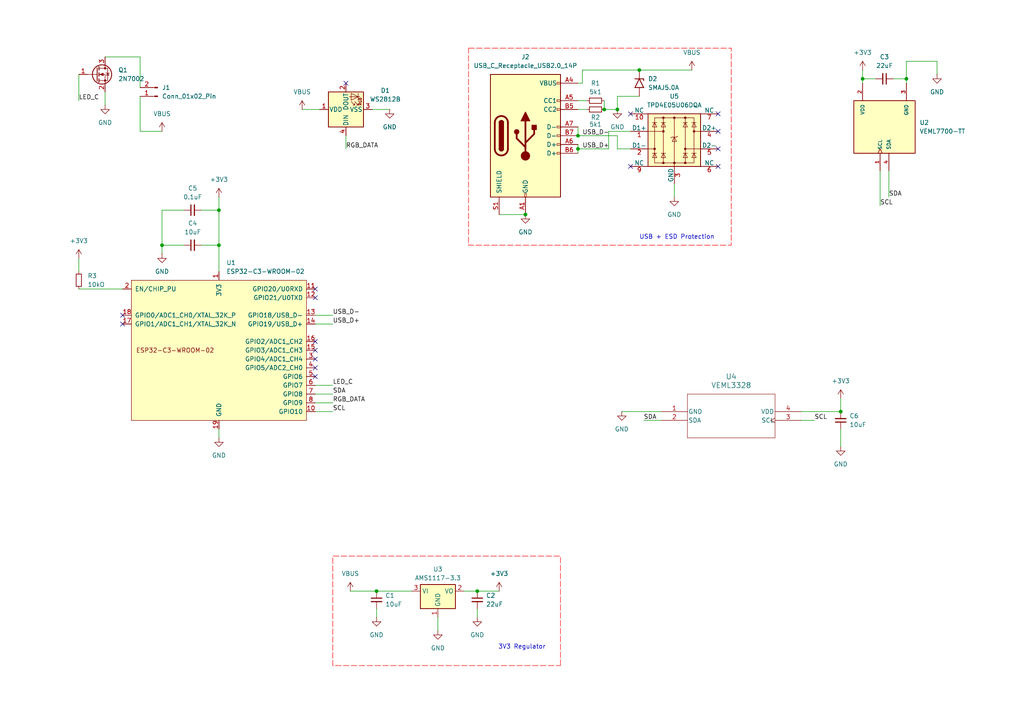
<source format=kicad_sch>
(kicad_sch (version 20250114) (generator "eeschema") (generator_version "9.0")
  (paper "A4")
  (title_block (title "Td-Free") (rev "0"))
  (lib_symbols
    (symbol "2025-03-01_22-07-39:VEML3328" (pin_names (offset 0.254))
      (property "Reference" "U4" (at 20.32 10.16 0))
      (property "Value" "VEML3328" (at 20.32 7.62 0))
      (symbol "VEML3328_0_1"
        (polyline (pts (xy 7.62 5.08) (xy 7.62 -7.62)) (stroke (width 0.127)))
        (polyline (pts (xy 7.62 -7.62) (xy 33.02 -7.62)) (stroke (width 0.127)))
        (polyline (pts (xy 33.02 5.08) (xy 7.62 5.08)) (stroke (width 0.127)))
        (polyline (pts (xy 33.02 -7.62) (xy 33.02 5.08)) (stroke (width 0.127)))
      )
      (symbol "VEML3328_1_1"
        (pin power_in line (at 0 0 0) (length 7.62) (name "GND") (number "1"))
        (pin bidirectional line (at 0 -2.54 0) (length 7.62) (name "SDA") (number "2"))
        (pin power_in line (at 40.64 0 180) (length 7.62) (name "VDD") (number "4"))
        (pin input clock (at 40.64 -2.54 180) (length 7.62) (name "SCL") (number "3"))
      )
    )
    (symbol "Connector:Conn_01x02_Pin" (pin_names (offset 1.016) (hide yes))
      (property "Reference" "J" (at 0 2.54 0))
      (property "Value" "Conn_01x02_Pin" (at 0 -5.08 0))
      (symbol "Conn_01x02_Pin_1_1"
        (rectangle (start 0.8636 0.127) (end 0 -0.127) (stroke (width 0.1524)) (fill (type outline)))
        (rectangle (start 0.8636 -2.413) (end 0 -2.667) (stroke (width 0.1524)) (fill (type outline)))
        (polyline (pts (xy 1.27 0) (xy 0.8636 0)) (stroke (width 0.1524)))
        (polyline (pts (xy 1.27 -2.54) (xy 0.8636 -2.54)) (stroke (width 0.1524)))
        (pin passive line (at 5.08 0 180) (length 3.81) (name "Pin_1") (number "1"))
        (pin passive line (at 5.08 -2.54 180) (length 3.81) (name "Pin_2") (number "2"))
      )
    )
    (symbol "Connector:USB_C_Receptacle_USB2.0_14P" (pin_names (offset 1.016))
      (property "Reference" "J" (at 0 22.225 0))
      (property "Value" "USB_C_Receptacle_USB2.0_14P" (at 0 19.685 0))
      (symbol "USB_C_Receptacle_USB2.0_14P_0_0"
        (rectangle (start -0.254 -17.78) (end 0.254 -16.764))
        (rectangle (start 10.16 15.494) (end 9.144 14.986))
        (rectangle (start 10.16 10.414) (end 9.144 9.906))
        (rectangle (start 10.16 7.874) (end 9.144 7.366))
        (rectangle (start 10.16 2.794) (end 9.144 2.286))
        (rectangle (start 10.16 0.254) (end 9.144 -0.254))
        (rectangle (start 10.16 -2.286) (end 9.144 -2.794))
        (rectangle (start 10.16 -4.826) (end 9.144 -5.334))
      )
      (symbol "USB_C_Receptacle_USB2.0_14P_0_1"
        (rectangle (start -10.16 17.78) (end 10.16 -17.78) (stroke (width 0.254)) (fill (type background)))
        (polyline (pts (xy -8.89 -3.81) (xy -8.89 3.81)) (stroke (width 0.508)))
        (rectangle (start -7.62 -3.81) (end -6.35 3.81) (stroke (width 0.254)) (fill (type outline)))
        (arc (start -7.62 3.81) (mid -6.985 4.4423) (end -6.35 3.81) (stroke (width 0.254)))
        (arc (start -7.62 3.81) (mid -6.985 4.4423) (end -6.35 3.81) (stroke (width 0.254)) (fill (type outline)))
        (arc (start -8.89 3.81) (mid -6.985 5.7067) (end -5.08 3.81) (stroke (width 0.508)))
        (arc (start -5.08 -3.81) (mid -6.985 -5.7067) (end -8.89 -3.81) (stroke (width 0.508)))
        (arc (start -6.35 -3.81) (mid -6.985 -4.4423) (end -7.62 -3.81) (stroke (width 0.254)))
        (arc (start -6.35 -3.81) (mid -6.985 -4.4423) (end -7.62 -3.81) (stroke (width 0.254)) (fill (type outline)))
        (polyline (pts (xy -5.08 3.81) (xy -5.08 -3.81)) (stroke (width 0.508)))
        (circle (center -2.54 1.143) (radius 0.635) (stroke (width 0.254)) (fill (type outline)))
        (polyline (pts (xy -1.27 4.318) (xy 0 6.858) (xy 1.27 4.318) (xy -1.27 4.318)) (stroke (width 0.254)) (fill (type outline)))
        (polyline (pts (xy 0 -2.032) (xy 2.54 0.508) (xy 2.54 1.778)) (stroke (width 0.508)))
        (polyline (pts (xy 0 -3.302) (xy -2.54 -0.762) (xy -2.54 0.508)) (stroke (width 0.508)))
        (polyline (pts (xy 0 -5.842) (xy 0 4.318)) (stroke (width 0.508)))
        (circle (center 0 -5.842) (radius 1.27) (fill (type outline)))
        (rectangle (start 1.905 1.778) (end 3.175 3.048) (stroke (width 0.254)) (fill (type outline)))
      )
      (symbol "USB_C_Receptacle_USB2.0_14P_1_1"
        (pin passive line (at -7.62 -22.86 90) (length 5.08) (name "SHIELD") (number "S1"))
        (pin passive line (at 0 -22.86 90) (length 5.08) (name "GND") (number "A1"))
        (pin passive line (at 0 -22.86 90) (length 5.08) (hide yes) (name "GND") (number "A12"))
        (pin passive line (at 0 -22.86 90) (length 5.08) (hide yes) (name "GND") (number "B1"))
        (pin passive line (at 0 -22.86 90) (length 5.08) (hide yes) (name "GND") (number "B12"))
        (pin passive line (at 15.24 15.24 180) (length 5.08) (name "VBUS") (number "A4"))
        (pin passive line (at 15.24 15.24 180) (length 5.08) (hide yes) (name "VBUS") (number "A9"))
        (pin passive line (at 15.24 15.24 180) (length 5.08) (hide yes) (name "VBUS") (number "B4"))
        (pin passive line (at 15.24 15.24 180) (length 5.08) (hide yes) (name "VBUS") (number "B9"))
        (pin bidirectional line (at 15.24 10.16 180) (length 5.08) (name "CC1") (number "A5"))
        (pin bidirectional line (at 15.24 7.62 180) (length 5.08) (name "CC2") (number "B5"))
        (pin bidirectional line (at 15.24 2.54 180) (length 5.08) (name "D-") (number "A7"))
        (pin bidirectional line (at 15.24 0 180) (length 5.08) (name "D-") (number "B7"))
        (pin bidirectional line (at 15.24 -2.54 180) (length 5.08) (name "D+") (number "A6"))
        (pin bidirectional line (at 15.24 -5.08 180) (length 5.08) (name "D+") (number "B6"))
      )
    )
    (symbol "Device:C_Small" (pin_numbers (hide yes)) (pin_names (offset 0.254) (hide yes))
      (property "Reference" "C" (at 0.254 1.778 0))
      (property "Value" "C_Small" (at 0.254 -2.032 0))
      (symbol "C_Small_0_1"
        (polyline (pts (xy -1.524 0.508) (xy 1.524 0.508)) (stroke (width 0.3048)))
        (polyline (pts (xy -1.524 -0.508) (xy 1.524 -0.508)) (stroke (width 0.3302)))
      )
      (symbol "C_Small_1_1"
        (pin passive line (at 0 2.54 270) (length 2.032) (name "~") (number "1"))
        (pin passive line (at 0 -2.54 90) (length 2.032) (name "~") (number "2"))
      )
    )
    (symbol "Device:R_Small" (pin_numbers (hide yes)) (pin_names (offset 0.254) (hide yes))
      (property "Reference" "R" (at 0.762 0.508 0))
      (property "Value" "R_Small" (at 0.762 -1.016 0))
      (symbol "R_Small_0_1"
        (rectangle (start -0.762 1.778) (end 0.762 -1.778) (stroke (width 0.2032)))
      )
      (symbol "R_Small_1_1"
        (pin passive line (at 0 2.54 270) (length 0.762) (name "~") (number "1"))
        (pin passive line (at 0 -2.54 90) (length 0.762) (name "~") (number "2"))
      )
    )
    (symbol "Diode:SMAJ5.0A" (pin_numbers (hide yes)) (pin_names (offset 1.016) (hide yes))
      (property "Reference" "D" (at 0 2.54 0))
      (property "Value" "SMAJ5.0A" (at 0 -2.54 0))
      (symbol "SMAJ5.0A_0_1"
        (polyline (pts (xy -0.762 1.27) (xy -1.27 1.27) (xy -1.27 -1.27)) (stroke (width 0.254)))
        (polyline (pts (xy 1.27 1.27) (xy 1.27 -1.27) (xy -1.27 0) (xy 1.27 1.27)) (stroke (width 0.254)))
      )
      (symbol "SMAJ5.0A_1_1"
        (pin passive line (at -3.81 0 0) (length 2.54) (name "A1") (number "1"))
        (pin passive line (at 3.81 0 180) (length 2.54) (name "A2") (number "2"))
      )
    )
    (symbol "LED:WS2812B" (pin_names (offset 0.254))
      (property "Reference" "D" (at 5.08 5.715 0))
      (property "Value" "WS2812B" (at 1.27 -5.715 0))
      (symbol "WS2812B_0_0"
        (text "RGB" (at 2.286 -4.191 0) (effects (font (size 0.762 0.762))))
      )
      (symbol "WS2812B_0_1"
        (polyline (pts (xy 1.27 -2.54) (xy 1.778 -2.54)))
        (polyline (pts (xy 1.27 -3.556) (xy 1.778 -3.556)))
        (polyline (pts (xy 2.286 -1.524) (xy 1.27 -2.54) (xy 1.27 -2.032)))
        (polyline (pts (xy 2.286 -2.54) (xy 1.27 -3.556) (xy 1.27 -3.048)))
        (polyline (pts (xy 3.683 -1.016) (xy 3.683 -3.556) (xy 3.683 -4.064)))
        (polyline (pts (xy 4.699 -1.524) (xy 2.667 -1.524) (xy 3.683 -3.556) (xy 4.699 -1.524)))
        (polyline (pts (xy 4.699 -3.556) (xy 2.667 -3.556)))
        (rectangle (start 5.08 5.08) (end -5.08 -5.08) (stroke (width 0.254)) (fill (type background)))
      )
      (symbol "WS2812B_1_1"
        (pin input line (at -7.62 0 0) (length 2.54) (name "DIN") (number "4"))
        (pin power_in line (at 0 7.62 270) (length 2.54) (name "VDD") (number "1"))
        (pin power_in line (at 0 -7.62 90) (length 2.54) (name "VSS") (number "3"))
        (pin output line (at 7.62 0 180) (length 2.54) (name "DOUT") (number "2"))
      )
    )
    (symbol "PCM_Espressif:ESP32-C3-WROOM-02" (pin_names (offset 1.016))
      (property "Reference" "U" (at -25.4 25.4 0))
      (property "Value" "ESP32-C3-WROOM-02" (at -25.4 22.86 0))
      (symbol "ESP32-C3-WROOM-02_0_0"
        (text "ESP32-C3-WROOM-02" (at -12.7 0 0) (effects (font (size 1.27 1.27))))
      )
      (symbol "ESP32-C3-WROOM-02_0_1"
        (rectangle (start 25.4 20.32) (end -25.4 -20.32) (fill (type background)))
      )
      (symbol "ESP32-C3-WROOM-02_1_1"
        (pin input line (at -27.94 17.78 0) (length 2.54) (name "EN/CHIP_PU") (number "2"))
        (pin bidirectional line (at -27.94 10.16 0) (length 2.54) (name "GPIO0/ADC1_CH0/XTAL_32K_P") (number "18"))
        (pin bidirectional line (at -27.94 7.62 0) (length 2.54) (name "GPIO1/ADC1_CH1/XTAL_32K_N") (number "17"))
        (pin power_in line (at 0 22.86 270) (length 2.54) (name "3V3") (number "1"))
        (pin power_in line (at 0 -22.86 90) (length 2.54) (name "GND") (number "19"))
        (pin passive line (at 0 -22.86 90) (length 2.54) (hide yes) (name "GND") (number "9"))
        (pin bidirectional line (at 27.94 17.78 180) (length 2.54) (name "GPIO20/U0RXD") (number "11"))
        (pin bidirectional line (at 27.94 15.24 180) (length 2.54) (name "GPIO21/U0TXD") (number "12"))
        (pin bidirectional line (at 27.94 10.16 180) (length 2.54) (name "GPIO18/USB_D-") (number "13"))
        (pin bidirectional line (at 27.94 7.62 180) (length 2.54) (name "GPIO19/USB_D+") (number "14"))
        (pin bidirectional line (at 27.94 2.54 180) (length 2.54) (name "GPIO2/ADC1_CH2") (number "16"))
        (pin bidirectional line (at 27.94 0 180) (length 2.54) (name "GPIO3/ADC1_CH3") (number "15"))
        (pin bidirectional line (at 27.94 -2.54 180) (length 2.54) (name "GPIO4/ADC1_CH4") (number "3"))
        (pin bidirectional line (at 27.94 -5.08 180) (length 2.54) (name "GPIO5/ADC2_CH0") (number "4"))
        (pin bidirectional line (at 27.94 -7.62 180) (length 2.54) (name "GPIO6") (number "5"))
        (pin bidirectional line (at 27.94 -10.16 180) (length 2.54) (name "GPIO7") (number "6"))
        (pin bidirectional line (at 27.94 -12.7 180) (length 2.54) (name "GPIO8") (number "7"))
        (pin bidirectional line (at 27.94 -15.24 180) (length 2.54) (name "GPIO9") (number "8"))
        (pin bidirectional line (at 27.94 -17.78 180) (length 2.54) (name "GPIO10") (number "10"))
      )
    )
    (symbol "Power_Protection:TPD4E05U06DQA" (pin_names (offset 0))
      (property "Reference" "U" (at -0.635 8.89 0))
      (property "Value" "TPD4E05U06DQA" (at 1.905 -10.16 0))
      (symbol "TPD4E05U06DQA_0_0"
        (rectangle (start -5.715 6.477) (end 5.715 -6.604))
        (polyline (pts (xy -3.175 -6.604) (xy -3.175 6.477)))
        (polyline (pts (xy 0 6.477) (xy 0 -6.604)))
        (polyline (pts (xy 3.175 6.477) (xy 3.175 -6.604)))
      )
      (symbol "TPD4E05U06DQA_0_1"
        (polyline (pts (xy -7.747 2.54) (xy -3.175 2.54)))
        (rectangle (start -7.62 7.62) (end 7.62 -7.62) (stroke (width 0.254)) (fill (type background)))
        (polyline (pts (xy -7.62 -2.54) (xy -5.715 -2.54)))
        (circle (center -5.715 -2.54) (radius 0.2794) (fill (type outline)))
        (polyline (pts (xy -5.08 5.08) (xy -6.35 5.08)))
        (polyline (pts (xy -5.08 3.81) (xy -6.35 3.81) (xy -5.715 5.08) (xy -5.08 3.81)))
        (polyline (pts (xy -5.08 -3.81) (xy -6.35 -3.81)))
        (polyline (pts (xy -5.08 -5.08) (xy -6.35 -5.08) (xy -5.715 -3.81) (xy -5.08 -5.08)))
        (circle (center -3.175 6.477) (radius 0.2794) (fill (type outline)))
        (circle (center -3.175 2.54) (radius 0.2794) (fill (type outline)))
        (circle (center -3.175 -6.604) (radius 0.2794) (fill (type outline)))
        (polyline (pts (xy -2.54 5.08) (xy -3.81 5.08)))
        (polyline (pts (xy -2.54 3.81) (xy -3.81 3.81) (xy -3.175 5.08) (xy -2.54 3.81)))
        (polyline (pts (xy -2.54 -3.81) (xy -3.81 -3.81)))
        (polyline (pts (xy -2.54 -5.08) (xy -3.81 -5.08) (xy -3.175 -3.81) (xy -2.54 -5.08)))
        (polyline (pts (xy -0.635 0.889) (xy -1.016 0.635)))
        (circle (center 0 6.477) (radius 0.2794) (fill (type outline)))
        (polyline (pts (xy 0 -6.604) (xy 0 -7.62)))
        (circle (center 0 -6.604) (radius 0.2794) (fill (type outline)))
        (polyline (pts (xy 0.635 0.889) (xy -0.635 0.889)))
        (polyline (pts (xy 0.635 0.889) (xy 1.016 1.143)))
        (polyline (pts (xy 0.635 -0.381) (xy -0.635 -0.381) (xy 0 0.889) (xy 0.635 -0.381)))
        (circle (center 3.175 6.477) (radius 0.2794) (fill (type outline)))
        (circle (center 3.175 -2.54) (radius 0.2794) (fill (type outline)))
        (circle (center 3.175 -6.604) (radius 0.2794) (fill (type outline)))
        (polyline (pts (xy 3.81 5.08) (xy 2.54 5.08)))
        (polyline (pts (xy 3.81 3.81) (xy 2.54 3.81) (xy 3.175 5.08) (xy 3.81 3.81)))
        (polyline (pts (xy 3.81 -3.81) (xy 2.54 -3.81)))
        (polyline (pts (xy 3.81 -5.08) (xy 2.54 -5.08) (xy 3.175 -3.81) (xy 3.81 -5.08)))
        (circle (center 5.715 2.54) (radius 0.2794) (fill (type outline)))
        (polyline (pts (xy 6.35 5.08) (xy 5.08 5.08)))
        (polyline (pts (xy 6.35 3.81) (xy 5.08 3.81) (xy 5.715 5.08) (xy 6.35 3.81)))
        (polyline (pts (xy 6.35 -3.81) (xy 5.08 -3.81)))
        (polyline (pts (xy 6.35 -5.08) (xy 5.08 -5.08) (xy 5.715 -3.81) (xy 6.35 -5.08)))
        (polyline (pts (xy 7.62 2.54) (xy 5.715 2.54)))
        (polyline (pts (xy 7.62 -2.54) (xy 3.175 -2.54)))
      )
      (symbol "TPD4E05U06DQA_1_1"
        (pin free line (at -12.7 7.62 0) (length 5.08) (name "NC") (number "10"))
        (pin passive line (at -12.7 2.54 0) (length 5.08) (name "D1+") (number "1"))
        (pin passive line (at -12.7 -2.54 0) (length 5.08) (name "D1-") (number "2"))
        (pin free line (at -12.7 -7.62 0) (length 5.08) (name "NC") (number "9"))
        (pin power_in line (at 0 -12.7 90) (length 5.08) (name "GND") (number "3"))
        (pin passive line (at 0 -12.7 90) (length 5.08) (hide yes) (name "GND") (number "8"))
        (pin free line (at 12.7 7.62 180) (length 5.08) (name "NC") (number "7"))
        (pin passive line (at 12.7 2.54 180) (length 5.08) (name "D2+") (number "4"))
        (pin passive line (at 12.7 -2.54 180) (length 5.08) (name "D2-") (number "5"))
        (pin free line (at 12.7 -7.62 180) (length 5.08) (name "NC") (number "6"))
      )
    )
    (symbol "Regulator_Linear:AMS1117-3.3"
      (property "Reference" "U" (at -3.81 3.175 0))
      (property "Value" "AMS1117-3.3" (at 0 3.175 0))
      (symbol "AMS1117-3.3_0_1"
        (rectangle (start -5.08 -5.08) (end 5.08 1.905) (stroke (width 0.254)) (fill (type background)))
      )
      (symbol "AMS1117-3.3_1_1"
        (pin power_in line (at -7.62 0 0) (length 2.54) (name "VI") (number "3"))
        (pin power_in line (at 0 -7.62 90) (length 2.54) (name "GND") (number "1"))
        (pin power_out line (at 7.62 0 180) (length 2.54) (name "VO") (number "2"))
      )
    )
    (symbol "Transistor_FET:2N7002" (pin_names (hide yes))
      (property "Reference" "Q" (at 5.08 1.905 0))
      (property "Value" "2N7002" (at 5.08 0 0))
      (symbol "2N7002_0_1"
        (polyline (pts (xy 0.254 1.905) (xy 0.254 -1.905)) (stroke (width 0.254)))
        (polyline (pts (xy 0.254 0) (xy -2.54 0)))
        (polyline (pts (xy 0.762 2.286) (xy 0.762 1.27)) (stroke (width 0.254)))
        (polyline (pts (xy 0.762 0.508) (xy 0.762 -0.508)) (stroke (width 0.254)))
        (polyline (pts (xy 0.762 -1.27) (xy 0.762 -2.286)) (stroke (width 0.254)))
        (polyline (pts (xy 0.762 -1.778) (xy 3.302 -1.778) (xy 3.302 1.778) (xy 0.762 1.778)))
        (polyline (pts (xy 1.016 0) (xy 2.032 0.381) (xy 2.032 -0.381) (xy 1.016 0)) (fill (type outline)))
        (circle (center 1.651 0) (radius 2.794) (stroke (width 0.254)))
        (polyline (pts (xy 2.54 2.54) (xy 2.54 1.778)))
        (circle (center 2.54 1.778) (radius 0.254) (fill (type outline)))
        (circle (center 2.54 -1.778) (radius 0.254) (fill (type outline)))
        (polyline (pts (xy 2.54 -2.54) (xy 2.54 0) (xy 0.762 0)))
        (polyline (pts (xy 2.794 0.508) (xy 2.921 0.381) (xy 3.683 0.381) (xy 3.81 0.254)))
        (polyline (pts (xy 3.302 0.381) (xy 2.921 -0.254) (xy 3.683 -0.254) (xy 3.302 0.381)))
      )
      (symbol "2N7002_1_1"
        (pin input line (at -5.08 0 0) (length 2.54) (name "G") (number "1"))
        (pin passive line (at 2.54 5.08 270) (length 2.54) (name "D") (number "3"))
        (pin passive line (at 2.54 -5.08 90) (length 2.54) (name "S") (number "2"))
      )
    )
    (symbol "VEML7700-TR:VEML7700-TR" (pin_names (offset 1.016))
      (property "Reference" "U" (at -7.62 10.795 0))
      (property "Value" "VEML7700-TR" (at -7.62 -10.16 0))
      (symbol "VEML7700-TR_0_0"
        (rectangle (start -7.62 -7.62) (end 7.62 10.16) (stroke (width 0.254)) (fill (type background)))
        (pin input clock (at -12.7 2.54 0) (length 5.08) (name "SCL") (number "1"))
        (pin bidirectional line (at -12.7 0 0) (length 5.08) (name "SDA") (number "4"))
        (pin power_in line (at 12.7 7.62 180) (length 5.08) (name "VDD") (number "2"))
        (pin power_in line (at 12.7 -5.08 180) (length 5.08) (name "GND") (number "3"))
      )
    )
    (symbol "power:+3V3" (power) (pin_numbers (hide yes)) (pin_names (offset 0) (hide yes))
      (property "Value" "+3V3" (at 0 3.556 0))
      (symbol "+3V3_0_1"
        (polyline (pts (xy -0.762 1.27) (xy 0 2.54)))
        (polyline (pts (xy 0 2.54) (xy 0.762 1.27)))
        (polyline (pts (xy 0 0) (xy 0 2.54)))
      )
      (symbol "+3V3_1_1"
        (pin power_in line (at 0 0 90) (length 0) (name "~") (number "1"))
      )
    )
    (symbol "power:GND" (power) (pin_numbers (hide yes)) (pin_names (offset 0) (hide yes))
      (property "Value" "GND" (at 0 -3.81 0))
      (symbol "GND_0_1"
        (polyline (pts (xy 0 0) (xy 0 -1.27) (xy 1.27 -1.27) (xy 0 -2.54) (xy -1.27 -1.27) (xy 0 -1.27)))
      )
      (symbol "GND_1_1"
        (pin power_in line (at 0 0 270) (length 0) (name "~") (number "1"))
      )
    )
    (symbol "power:VBUS" (power) (pin_numbers (hide yes)) (pin_names (offset 0) (hide yes))
      (property "Value" "VBUS" (at 0 3.556 0))
      (symbol "VBUS_0_1"
        (polyline (pts (xy -0.762 1.27) (xy 0 2.54)))
        (polyline (pts (xy 0 2.54) (xy 0.762 1.27)))
        (polyline (pts (xy 0 0) (xy 0 2.54)))
      )
      (symbol "VBUS_1_1"
        (pin power_in line (at 0 0 90) (length 0) (name "~") (number "1"))
      )
    )
  )
  (text "3V3 Regulator" (at 151.384 187.706 0) (effects (font (size 1.27 1.27))))
  (text "USB + ESD Protection" (at 196.342 68.834 0) (effects (font (size 1.27 1.27))))
  (junction (at 167.64 39.37))
  (junction (at 138.43 171.45))
  (junction (at 185.42 20.32))
  (junction (at 167.64 43.18))
  (junction (at 179.07 31.75))
  (junction (at 250.19 22.86))
  (junction (at 109.22 171.45))
  (junction (at 152.4 62.23))
  (junction (at 63.5 60.96))
  (junction (at 63.5 71.12))
  (junction (at 243.84 119.38))
  (junction (at 262.89 22.86))
  (junction (at 175.26 31.75))
  (junction (at 46.99 71.12))
  (no_connect (at 208.28 33.02))
  (no_connect (at 91.44 104.14))
  (no_connect (at 91.44 99.06))
  (no_connect (at 208.28 43.18))
  (no_connect (at 91.44 106.68))
  (no_connect (at 35.56 91.44))
  (no_connect (at 182.88 48.26))
  (no_connect (at 91.44 109.22))
  (no_connect (at 91.44 83.82))
  (no_connect (at 91.44 86.36))
  (no_connect (at 208.28 48.26))
  (no_connect (at 208.28 38.1))
  (no_connect (at 35.56 93.98))
  (no_connect (at 91.44 101.6))
  (no_connect (at 182.88 33.02))
  (no_connect (at 100.33 24.13))
  (wire (pts (xy 255.27 49.53) (xy 255.27 59.69)))
  (wire (pts (xy 40.64 16.51) (xy 40.64 25.4)))
  (wire (pts (xy 91.44 91.44) (xy 96.52 91.44)))
  (wire (pts (xy 262.89 24.13) (xy 262.89 22.86)))
  (wire (pts (xy 91.44 116.84) (xy 96.52 116.84)))
  (wire (pts (xy 185.42 20.32) (xy 200.66 20.32)))
  (wire (pts (xy 46.99 60.96) (xy 46.99 71.12)))
  (wire (pts (xy 167.64 41.91) (xy 167.64 43.18)))
  (wire (pts (xy 243.84 115.57) (xy 243.84 119.38)))
  (wire (pts (xy 167.64 29.21) (xy 170.18 29.21)))
  (wire (pts (xy 109.22 171.45) (xy 119.38 171.45)))
  (wire (pts (xy 40.64 38.1) (xy 46.99 38.1)))
  (wire (pts (xy 101.6 171.45) (xy 109.22 171.45)))
  (wire (pts (xy 127 179.07) (xy 127 182.88)))
  (wire (pts (xy 195.58 53.34) (xy 195.58 57.15)))
  (wire (pts (xy 87.63 31.75) (xy 92.71 31.75)))
  (wire (pts (xy 91.44 111.76) (xy 96.52 111.76)))
  (wire (pts (xy 134.62 171.45) (xy 138.43 171.45)))
  (wire (pts (xy 243.84 119.38) (xy 232.41 119.38)))
  (wire (pts (xy 138.43 176.53) (xy 138.43 179.07)))
  (wire (pts (xy 167.64 43.18) (xy 167.64 44.45)))
  (wire (pts (xy 30.48 16.51) (xy 40.64 16.51)))
  (wire (pts (xy 243.84 124.46) (xy 243.84 129.54)))
  (wire (pts (xy 107.95 31.75) (xy 113.03 31.75)))
  (wire (pts (xy 250.19 20.32) (xy 250.19 22.86)))
  (wire (pts (xy 168.91 24.13) (xy 167.64 24.13)))
  (wire (pts (xy 180.34 119.38) (xy 191.77 119.38)))
  (wire (pts (xy 91.44 114.3) (xy 96.52 114.3)))
  (wire (pts (xy 176.53 43.18) (xy 167.64 43.18)))
  (wire (pts (xy 167.64 31.75) (xy 170.18 31.75)))
  (wire (pts (xy 30.48 26.67) (xy 30.48 30.48)))
  (wire (pts (xy 63.5 71.12) (xy 63.5 78.74)))
  (wire (pts (xy 168.91 20.32) (xy 185.42 20.32)))
  (wire (pts (xy 250.19 22.86) (xy 254 22.86)))
  (wire (pts (xy 138.43 171.45) (xy 144.78 171.45)))
  (wire (pts (xy 91.44 119.38) (xy 96.52 119.38)))
  (wire (pts (xy 232.41 121.92) (xy 236.22 121.92)))
  (wire (pts (xy 53.34 71.12) (xy 46.99 71.12)))
  (wire (pts (xy 182.88 38.1) (xy 176.53 38.1)))
  (wire (pts (xy 40.64 27.94) (xy 40.64 38.1)))
  (wire (pts (xy 182.88 43.18) (xy 179.07 43.18)))
  (wire (pts (xy 179.07 43.18) (xy 179.07 39.37)))
  (wire (pts (xy 271.78 17.78) (xy 271.78 21.59)))
  (wire (pts (xy 257.81 57.15) (xy 257.81 49.53)))
  (wire (pts (xy 100.33 39.37) (xy 100.33 43.18)))
  (wire (pts (xy 262.89 22.86) (xy 262.89 17.78)))
  (wire (pts (xy 186.69 121.92) (xy 191.77 121.92)))
  (wire (pts (xy 63.5 57.15) (xy 63.5 60.96)))
  (wire (pts (xy 262.89 17.78) (xy 271.78 17.78)))
  (wire (pts (xy 175.26 31.75) (xy 179.07 31.75)))
  (wire (pts (xy 144.78 62.23) (xy 152.4 62.23)))
  (wire (pts (xy 168.91 20.32) (xy 168.91 24.13)))
  (wire (pts (xy 53.34 60.96) (xy 46.99 60.96)))
  (wire (pts (xy 22.86 74.93) (xy 22.86 78.74)))
  (wire (pts (xy 46.99 71.12) (xy 46.99 73.66)))
  (wire (pts (xy 63.5 60.96) (xy 63.5 71.12)))
  (wire (pts (xy 179.07 39.37) (xy 167.64 39.37)))
  (wire (pts (xy 58.42 71.12) (xy 63.5 71.12)))
  (wire (pts (xy 185.42 27.94) (xy 179.07 27.94)))
  (wire (pts (xy 179.07 27.94) (xy 179.07 31.75)))
  (wire (pts (xy 259.08 22.86) (xy 262.89 22.86)))
  (wire (pts (xy 176.53 38.1) (xy 176.53 43.18)))
  (wire (pts (xy 167.64 36.83) (xy 167.64 39.37)))
  (wire (pts (xy 109.22 176.53) (xy 109.22 179.07)))
  (wire (pts (xy 91.44 93.98) (xy 96.52 93.98)))
  (wire (pts (xy 22.86 29.21) (xy 22.86 21.59)))
  (wire (pts (xy 175.26 29.21) (xy 175.26 31.75)))
  (wire (pts (xy 22.86 83.82) (xy 35.56 83.82)))
  (wire (pts (xy 58.42 60.96) (xy 63.5 60.96)))
  (wire (pts (xy 63.5 124.46) (xy 63.5 127)))
  (wire (pts (xy 250.19 22.86) (xy 250.19 24.13)))
  (label "RGB_DATA" (at 100.33 43.18 0))
  (label "USB_D+" (at 168.91 43.18 0))
  (label "USB_D+" (at 96.52 93.98 0))
  (label "USB_D-" (at 168.91 39.37 0))
  (label "SCL" (at 255.27 59.69 0))
  (label "RGB_DATA" (at 96.52 116.84 0))
  (label "SCL" (at 236.22 121.92 0))
  (label "SDA" (at 96.52 114.3 0))
  (label "SDA" (at 186.69 121.92 0))
  (label "SDA" (at 257.81 57.15 0))
  (label "LED_C" (at 96.52 111.76 0))
  (label "LED_C" (at 22.86 29.21 0))
  (label "USB_D-" (at 96.52 91.44 0))
  (label "SCL" (at 96.52 119.38 0))
  (rule_area (polyline (pts (xy 162.56 193.04) (xy 162.56 161.29) (xy 96.52 161.29) (xy 96.52 193.04)) (stroke (width 0) (type dash))))
  (rule_area (polyline (pts (xy 135.89 13.97) (xy 212.09 13.97) (xy 212.09 71.12) (xy 135.89 71.12)) (stroke (width 0) (type dash))))
  (symbol (lib_id "power:VBUS") (at 200.66 20.32 0) (unit 1)
    (property "Reference" "#PWR05" (effects (hide yes)))
    (property "Value" "VBUS" (at 200.66 15.24 0))
    (property "Description" "Power symbol creates a global label with name \"VBUS\"" (effects (hide yes)))
  )
  (symbol (lib_id "power:GND") (at 46.99 73.66 0) (unit 1)
    (property "Reference" "#PWR017" (effects (hide yes)))
    (property "Value" "GND" (at 46.99 78.74 0))
    (property "Description" "Power symbol creates a global label with name \"GND\" , ground" (effects (hide yes)))
  )
  (symbol (lib_id "power:+3V3") (at 63.5 57.15 0) (unit 1)
    (property "Reference" "#PWR019" (effects (hide yes)))
    (property "Value" "+3V3" (at 63.5 52.07 0))
    (property "Description" "Power symbol creates a global label with name \"+3V3\"" (effects (hide yes)))
  )
  (symbol (lib_id "power:VBUS") (at 46.99 38.1 0) (unit 1)
    (property "Reference" "#PWR013" (effects (hide yes)))
    (property "Value" "VBUS" (at 46.99 33.02 0))
    (property "Description" "Power symbol creates a global label with name \"VBUS\"" (effects (hide yes)))
  )
  (symbol (lib_id "power:GND") (at 179.07 31.75 0) (unit 1)
    (property "Reference" "#PWR04" (effects (hide yes)))
    (property "Value" "GND" (at 179.07 36.83 0))
    (property "Description" "Power symbol creates a global label with name \"GND\" , ground" (effects (hide yes)))
  )
  (symbol (lib_id "Device:R_Small") (at 172.72 29.21 90) (unit 1)
    (property "Reference" "R1" (at 172.72 24.13 90))
    (property "Value" "5k1" (at 172.72 26.67 90))
    (property "Footprint" "Resistor_SMD:R_0805_2012Metric_Pad1.20x1.40mm_HandSolder" (effects (hide yes)))
    (property "Description" "Resistor, small symbol" (effects (hide yes)))
  )
  (symbol (lib_id "Device:C_Small") (at 243.84 121.92 180) (unit 1)
    (property "Reference" "C6" (at 246.38 120.6435 0) (effects (justify right)))
    (property "Value" "10uF" (at 246.38 123.1835 0) (effects (justify right)))
    (property "Footprint" "Capacitor_SMD:C_0805_2012Metric_Pad1.18x1.45mm_HandSolder" (effects (hide yes)))
    (property "Description" "Unpolarized capacitor, small symbol" (effects (hide yes)))
  )
  (symbol (lib_id "Transistor_FET:2N7002") (at 27.94 21.59 0) (unit 1)
    (property "Reference" "Q1" (at 34.29 20.3199 0) (effects (justify left)))
    (property "Value" "2N7002" (at 34.29 22.8599 0) (effects (justify left)))
    (property "Footprint" "Package_TO_SOT_SMD:SOT-23" (effects (hide yes)))
    (property "Datasheet" "https://www.onsemi.com/pub/Collateral/NDS7002A-D.PDF" (effects (hide yes)))
    (property "Description" "0.115A Id, 60V Vds, N-Channel MOSFET, SOT-23" (effects (hide yes)))
  )
  (symbol (lib_id "power:GND") (at 138.43 179.07 0) (unit 1)
    (property "Reference" "#PWR09" (effects (hide yes)))
    (property "Value" "GND" (at 138.43 184.15 0))
    (property "Description" "Power symbol creates a global label with name \"GND\" , ground" (effects (hide yes)))
  )
  (symbol (lib_id "power:+3V3") (at 144.78 171.45 0) (unit 1)
    (property "Reference" "#PWR07" (effects (hide yes)))
    (property "Value" "+3V3" (at 144.78 166.37 0))
    (property "Description" "Power symbol creates a global label with name \"+3V3\"" (effects (hide yes)))
  )
  (symbol (lib_id "power:GND") (at 152.4 62.23 0) (unit 1)
    (property "Reference" "#PWR03" (effects (hide yes)))
    (property "Value" "GND" (at 152.4 67.31 0))
    (property "Description" "Power symbol creates a global label with name \"GND\" , ground" (effects (hide yes)))
  )
  (symbol (lib_id "Device:C_Small") (at 138.43 173.99 0) (unit 1)
    (property "Reference" "C2" (at 140.97 172.7262 0) (effects (justify left)))
    (property "Value" "22uF" (at 140.97 175.2662 0) (effects (justify left)))
    (property "Footprint" "Capacitor_SMD:C_0805_2012Metric_Pad1.18x1.45mm_HandSolder" (effects (hide yes)))
    (property "Description" "Unpolarized capacitor, small symbol" (effects (hide yes)))
  )
  (symbol (lib_id "power:GND") (at 243.84 129.54 0) (unit 1)
    (property "Reference" "#PWR021" (effects (hide yes)))
    (property "Value" "GND" (at 243.84 134.62 0))
    (property "Description" "Power symbol creates a global label with name \"GND\" , ground" (effects (hide yes)))
  )
  (symbol (lib_id "power:GND") (at 195.58 57.15 0) (unit 1)
    (property "Reference" "#PWR011" (effects (hide yes)))
    (property "Value" "GND" (at 195.58 62.23 0))
    (property "Description" "Power symbol creates a global label with name \"GND\" , ground" (effects (hide yes)))
  )
  (symbol (lib_id "power:GND") (at 109.22 179.07 0) (unit 1)
    (property "Reference" "#PWR010" (effects (hide yes)))
    (property "Value" "GND" (at 109.22 184.15 0))
    (property "Description" "Power symbol creates a global label with name \"GND\" , ground" (effects (hide yes)))
  )
  (symbol (lib_id "Device:C_Small") (at 55.88 71.12 90) (unit 1)
    (property "Reference" "C4" (at 55.8863 64.77 90))
    (property "Value" "10uF" (at 55.8863 67.31 90))
    (property "Footprint" "Capacitor_SMD:C_0805_2012Metric_Pad1.18x1.45mm_HandSolder" (effects (hide yes)))
    (property "Description" "Unpolarized capacitor, small symbol" (effects (hide yes)))
  )
  (symbol (lib_id "power:+3V3") (at 22.86 74.93 0) (unit 1)
    (property "Reference" "#PWR018" (effects (hide yes)))
    (property "Value" "+3V3" (at 22.86 69.85 0))
    (property "Description" "Power symbol creates a global label with name \"+3V3\"" (effects (hide yes)))
  )
  (symbol (lib_id "Device:C_Small") (at 256.54 22.86 270) (unit 1)
    (property "Reference" "C3" (at 256.5336 16.51 90))
    (property "Value" "22uF" (at 256.5336 19.05 90))
    (property "Footprint" "Capacitor_SMD:C_0805_2012Metric_Pad1.18x1.45mm_HandSolder" (effects (hide yes)))
    (property "Description" "Unpolarized capacitor, small symbol" (effects (hide yes)))
  )
  (symbol (lib_id "power:VBUS") (at 101.6 171.45 0) (unit 1)
    (property "Reference" "#PWR06" (effects (hide yes)))
    (property "Value" "VBUS" (at 101.6 166.37 0))
    (property "Description" "Power symbol creates a global label with name \"VBUS\"" (effects (hide yes)))
  )
  (symbol (lib_id "Connector:Conn_01x02_Pin") (at 45.72 27.94 180) (unit 1)
    (property "Reference" "J1" (at 46.99 25.3999 0) (effects (justify right)))
    (property "Value" "Conn_01x02_Pin" (at 46.99 27.9399 0) (effects (justify right)))
    (property "Footprint" "Connector_PinHeader_2.54mm:PinHeader_1x02_P2.54mm_Vertical" (effects (hide yes)))
    (property "Description" "Generic connector, single row, 01x02, script generated" (effects (hide yes)))
  )
  (symbol (lib_id "power:GND") (at 63.5 127 0) (unit 1)
    (property "Reference" "#PWR01" (effects (hide yes)))
    (property "Value" "GND" (at 63.5 132.08 0))
    (property "Description" "Power symbol creates a global label with name \"GND\" , ground" (effects (hide yes)))
  )
  (symbol (lib_id "VEML7700-TR:VEML7700-TR") (at 257.81 36.83 90) (unit 1)
    (property "Reference" "U2" (at 266.7 35.5599 90) (effects (justify right)))
    (property "Value" "VEML7700-TT" (at 266.7 38.0999 90) (effects (justify right)))
    (property "Footprint" "VEML7700_TR:XDCR_VEML7700-TR" (effects (hide yes)))
    (property "MF" "Vishay Semiconductor" (effects (hide yes)))
    (property "MAXIMUM_PACKAGE_HEIGHT" "3 mm" (effects (hide yes)))
    (property "Package" "SMD-4 Vishay Semiconductor" (effects (hide yes)))
    (property "Price" "None" (effects (hide yes)))
    (property "Check_prices" "https://www.snapeda.com/parts/VEML7700-TT/Vishay+Semiconductor+Opto+Division/view-part/?ref=eda" (effects (hide yes)))
    (property "STANDARD" "Manufacturer Recommendations" (effects (hide yes)))
    (property "PARTREV" "1.6" (effects (hide yes)))
    (property "SnapEDA_Link" "https://www.snapeda.com/parts/VEML7700-TT/Vishay+Semiconductor+Opto+Division/view-part/?ref=snap" (effects (hide yes)))
    (property "MP" "VEML7700-TT" (effects (hide yes)))
    (property "Purchase-URL" "https://www.snapeda.com/api/url_track_click_mouser/?unipart_id=534245&manufacturer=Vishay Semiconductor&part_name=VEML7700-TT&search_term=veml7700" (effects (hide yes)))
    (property "Description_1" "\nOptical Sensor Ambient - I²C 4-SMD, J-Lead\n" (effects (hide yes)))
    (property "MANUFACTURER" "Vishay" (effects (hide yes)))
    (property "Availability" "Not in stock" (effects (hide yes)))
    (property "SNAPEDA_PN" "VEML7700-TR" (effects (hide yes)))
  )
  (symbol (lib_id "power:GND") (at 113.03 31.75 0) (unit 1)
    (property "Reference" "#PWR015" (effects (hide yes)))
    (property "Value" "GND" (at 113.03 36.83 0))
    (property "Description" "Power symbol creates a global label with name \"GND\" , ground" (effects (hide yes)))
  )
  (symbol (lib_id "PCM_Espressif:ESP32-C3-WROOM-02") (at 63.5 101.6 0) (unit 1)
    (property "Reference" "U1" (at 65.6433 76.2 0) (effects (justify left)))
    (property "Value" "ESP32-C3-WROOM-02" (at 65.6433 78.74 0) (effects (justify left)))
    (property "Footprint" "PCM_Espressif:ESP32-C3-WROOM-02" (effects (hide yes)))
    (property "Datasheet" "https://www.espressif.com/sites/default/files/documentation/esp32-c3-wroom-02_datasheet_en.pdf" (effects (hide yes)))
    (property "Description" "ESP32-C3-WROOM-02 is a general-purpose Wi-Fi and Bluetooth LE module. This module features a rich set of peripherals and high performance, which makes it an ideal choice for smart home, industrial automation, health care, consumer electronics, etc." (effects (hide yes)))
  )
  (symbol (lib_id "Connector:USB_C_Receptacle_USB2.0_14P") (at 152.4 39.37 0) (unit 1)
    (property "Reference" "J2" (at 152.4 16.51 0))
    (property "Value" "USB_C_Receptacle_USB2.0_14P" (at 152.4 19.05 0))
    (property "Footprint" "Connector_USB:USB_C_Receptacle_GCT_USB4105-xx-A_16P_TopMnt_Horizontal" (effects (hide yes)))
    (property "Datasheet" "https://www.usb.org/sites/default/files/documents/usb_type-c.zip" (effects (hide yes)))
    (property "Description" "USB 2.0-only 14P Type-C Receptacle connector" (effects (hide yes)))
  )
  (symbol (lib_id "power:+3V3") (at 250.19 20.32 0) (unit 1)
    (property "Reference" "#PWR012" (effects (hide yes)))
    (property "Value" "+3V3" (at 250.19 15.24 0))
    (property "Description" "Power symbol creates a global label with name \"+3V3\"" (effects (hide yes)))
  )
  (symbol (lib_id "power:GND") (at 30.48 30.48 0) (unit 1)
    (property "Reference" "#PWR02" (effects (hide yes)))
    (property "Value" "GND" (at 30.48 35.56 0))
    (property "Description" "Power symbol creates a global label with name \"GND\" , ground" (effects (hide yes)))
  )
  (symbol (lib_id "Device:R_Small") (at 22.86 81.28 0) (unit 1)
    (property "Reference" "R3" (at 25.4 80.0099 0) (effects (justify left)))
    (property "Value" "10kO" (at 25.4 82.5499 0) (effects (justify left)))
    (property "Footprint" "Resistor_SMD:R_0805_2012Metric_Pad1.20x1.40mm_HandSolder" (effects (hide yes)))
    (property "Description" "Resistor, small symbol" (effects (hide yes)))
  )
  (symbol (lib_id "power:+3V3") (at 243.84 115.57 0) (unit 1)
    (property "Reference" "#PWR020" (effects (hide yes)))
    (property "Value" "+3V3" (at 243.84 110.49 0))
    (property "Description" "Power symbol creates a global label with name \"+3V3\"" (effects (hide yes)))
  )
  (symbol (lib_id "Power_Protection:TPD4E05U06DQA") (at 195.58 40.64 0) (unit 1)
    (property "Reference" "U5" (at 195.58 27.94 0))
    (property "Value" "TPD4E05U06DQA" (at 195.58 30.48 0))
    (property "Footprint" "Package_SON:USON-10_2.5x1.0mm_P0.5mm" (effects (hide yes)))
    (property "Datasheet" "https://www.ti.com/lit/ds/symlink/tpd4e05u06.pdf" (effects (hide yes)))
    (property "Description" "4-Channel ESD Protection for Super-Speed USB 3.0 Interface, USON-10" (effects (hide yes)))
  )
  (symbol (lib_id "Device:R_Small") (at 172.72 31.75 90) (unit 1)
    (property "Reference" "R2" (at 172.72 34.036 90))
    (property "Value" "5k1" (at 172.72 36.068 90))
    (property "Footprint" "Resistor_SMD:R_0805_2012Metric_Pad1.20x1.40mm_HandSolder" (effects (hide yes)))
    (property "Description" "Resistor, small symbol" (effects (hide yes)))
  )
  (symbol (lib_id "power:GND") (at 180.34 119.38 0) (unit 1)
    (property "Reference" "#PWR022" (effects (hide yes)))
    (property "Value" "GND" (at 180.34 124.46 0))
    (property "Description" "Power symbol creates a global label with name \"GND\" , ground" (effects (hide yes)))
  )
  (symbol (lib_id "LED:WS2812B") (at 100.33 31.75 90) (unit 1)
    (property "Reference" "D1" (at 111.76 26.2538 90))
    (property "Value" "WS2812B" (at 111.76 28.7938 90))
    (property "Footprint" "LED_SMD:LED_WS2812B_PLCC4_5.0x5.0mm_P3.2mm" (effects (hide yes)))
    (property "Datasheet" "https://cdn-shop.adafruit.com/datasheets/WS2812B.pdf" (effects (hide yes)))
    (property "Description" "RGB LED with integrated controller" (effects (hide yes)))
  )
  (symbol (lib_id "Regulator_Linear:AMS1117-3.3") (at 127 171.45 0) (unit 1)
    (property "Reference" "U3" (at 127 165.1 0))
    (property "Value" "AMS1117-3.3" (at 127 167.64 0))
    (property "Footprint" "Package_TO_SOT_SMD:SOT-223-3_TabPin2" (effects (hide yes)))
    (property "Datasheet" "http://www.advanced-monolithic.com/pdf/ds1117.pdf" (effects (hide yes)))
    (property "Description" "1A Low Dropout regulator, positive, 3.3V fixed output, SOT-223" (effects (hide yes)))
  )
  (symbol (lib_id "power:GND") (at 271.78 21.59 0) (unit 1)
    (property "Reference" "#PWR016" (effects (hide yes)))
    (property "Value" "GND" (at 271.78 26.67 0))
    (property "Description" "Power symbol creates a global label with name \"GND\" , ground" (effects (hide yes)))
  )
  (symbol (lib_id "Device:C_Small") (at 55.88 60.96 90) (unit 1)
    (property "Reference" "C5" (at 55.8863 54.61 90))
    (property "Value" "0.1uF" (at 55.8863 57.15 90))
    (property "Footprint" "Capacitor_SMD:C_0805_2012Metric_Pad1.18x1.45mm_HandSolder" (effects (hide yes)))
    (property "Description" "Unpolarized capacitor, small symbol" (effects (hide yes)))
  )
  (symbol (lib_id "2025-03-01_22-07-39:VEML3328") (at 191.77 119.38 0) (unit 1)
    (property "Reference" "U4" (at 212.09 109.22 0) (effects (font (size 1.524 1.524))))
    (property "Value" "VEML3328" (at 212.09 111.76 0) (effects (font (size 1.524 1.524))))
    (property "Footprint" "footprints:SMD_L3328_VIS" (effects (hide yes)))
    (property "Datasheet" "VEML3328" (effects (hide yes)))
  )
  (symbol (lib_id "power:VBUS") (at 87.63 31.75 0) (unit 1)
    (property "Reference" "#PWR014" (effects (hide yes)))
    (property "Value" "VBUS" (at 87.63 26.67 0))
    (property "Description" "Power symbol creates a global label with name \"VBUS\"" (effects (hide yes)))
  )
  (symbol (lib_id "Device:C_Small") (at 109.22 173.99 0) (unit 1)
    (property "Reference" "C1" (at 111.76 172.7262 0) (effects (justify left)))
    (property "Value" "10uF" (at 111.76 175.2662 0) (effects (justify left)))
    (property "Footprint" "Capacitor_SMD:C_0805_2012Metric_Pad1.18x1.45mm_HandSolder" (effects (hide yes)))
    (property "Description" "Unpolarized capacitor, small symbol" (effects (hide yes)))
  )
  (symbol (lib_id "Diode:SMAJ5.0A") (at 185.42 24.13 270) (unit 1)
    (property "Reference" "D2" (at 187.96 22.8599 90) (effects (justify left)))
    (property "Value" "SMAJ5.0A" (at 187.96 25.3999 90) (effects (justify left)))
    (property "Footprint" "Diode_SMD:D_SMA" (effects (hide yes)))
    (property "Datasheet" "https://www.littelfuse.com/media?resourcetype=datasheets&itemid=75e32973-b177-4ee3-a0ff-cedaf1abdb93&filename=smaj-datasheet" (effects (hide yes)))
    (property "Description" "400W unidirectional Transient Voltage Suppressor, 5.0Vr, SMA(DO-214AC)" (effects (hide yes)))
  )
  (symbol (lib_id "power:GND") (at 127 182.88 0) (unit 1)
    (property "Reference" "#PWR08" (effects (hide yes)))
    (property "Value" "GND" (at 127 187.96 0))
    (property "Description" "Power symbol creates a global label with name \"GND\" , ground" (effects (hide yes)))
  )
)
</source>
